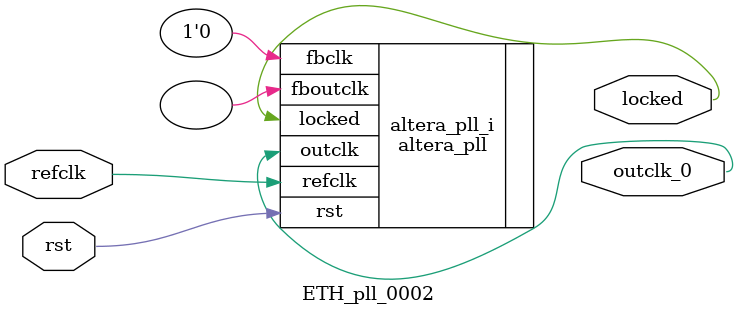
<source format=v>
`timescale 1ns/10ps
module  ETH_pll_0002(

	// interface 'refclk'
	input wire refclk,

	// interface 'reset'
	input wire rst,

	// interface 'outclk0'
	output wire outclk_0,

	// interface 'locked'
	output wire locked
);

	altera_pll #(
		.fractional_vco_multiplier("false"),
		.reference_clock_frequency("125.0 MHz"),
		.operation_mode("direct"),
		.number_of_clocks(1),
		.output_clock_frequency0("125.000000 MHz"),
		.phase_shift0("2000 ps"),
		.duty_cycle0(50),
		.output_clock_frequency1("0 MHz"),
		.phase_shift1("0 ps"),
		.duty_cycle1(50),
		.output_clock_frequency2("0 MHz"),
		.phase_shift2("0 ps"),
		.duty_cycle2(50),
		.output_clock_frequency3("0 MHz"),
		.phase_shift3("0 ps"),
		.duty_cycle3(50),
		.output_clock_frequency4("0 MHz"),
		.phase_shift4("0 ps"),
		.duty_cycle4(50),
		.output_clock_frequency5("0 MHz"),
		.phase_shift5("0 ps"),
		.duty_cycle5(50),
		.output_clock_frequency6("0 MHz"),
		.phase_shift6("0 ps"),
		.duty_cycle6(50),
		.output_clock_frequency7("0 MHz"),
		.phase_shift7("0 ps"),
		.duty_cycle7(50),
		.output_clock_frequency8("0 MHz"),
		.phase_shift8("0 ps"),
		.duty_cycle8(50),
		.output_clock_frequency9("0 MHz"),
		.phase_shift9("0 ps"),
		.duty_cycle9(50),
		.output_clock_frequency10("0 MHz"),
		.phase_shift10("0 ps"),
		.duty_cycle10(50),
		.output_clock_frequency11("0 MHz"),
		.phase_shift11("0 ps"),
		.duty_cycle11(50),
		.output_clock_frequency12("0 MHz"),
		.phase_shift12("0 ps"),
		.duty_cycle12(50),
		.output_clock_frequency13("0 MHz"),
		.phase_shift13("0 ps"),
		.duty_cycle13(50),
		.output_clock_frequency14("0 MHz"),
		.phase_shift14("0 ps"),
		.duty_cycle14(50),
		.output_clock_frequency15("0 MHz"),
		.phase_shift15("0 ps"),
		.duty_cycle15(50),
		.output_clock_frequency16("0 MHz"),
		.phase_shift16("0 ps"),
		.duty_cycle16(50),
		.output_clock_frequency17("0 MHz"),
		.phase_shift17("0 ps"),
		.duty_cycle17(50),
		.pll_type("General"),
		.pll_subtype("General")
	) altera_pll_i (
		.rst	(rst),
		.outclk	({outclk_0}),
		.locked	(locked),
		.fboutclk	( ),
		.fbclk	(1'b0),
		.refclk	(refclk)
	);
endmodule


</source>
